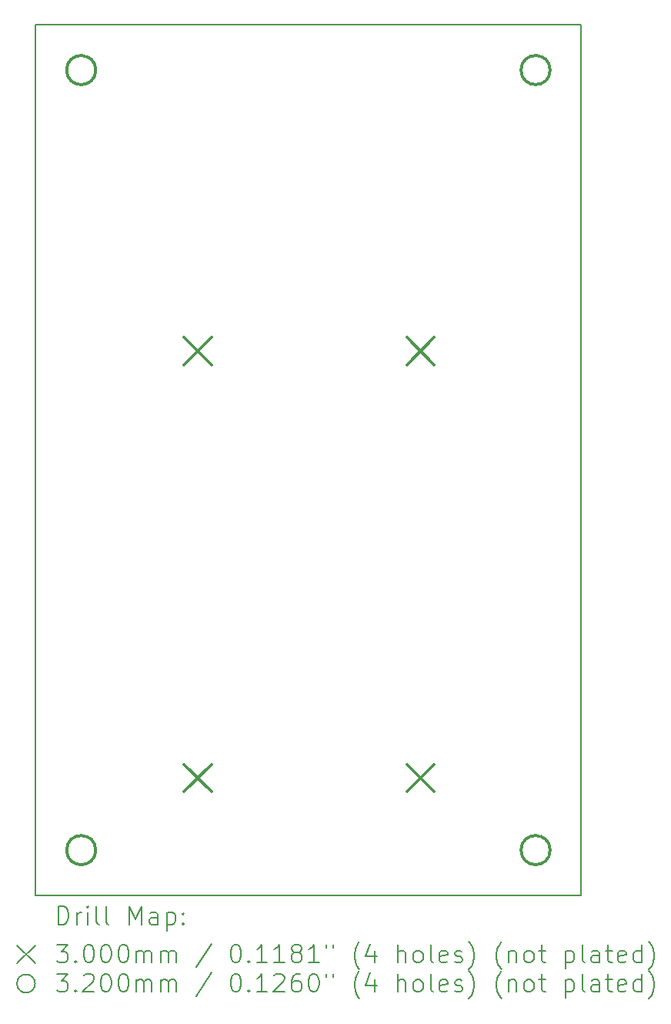
<source format=gbr>
%FSLAX45Y45*%
G04 Gerber Fmt 4.5, Leading zero omitted, Abs format (unit mm)*
G04 Created by KiCad (PCBNEW (6.0.4-0)) date 2022-08-24 21:14:19*
%MOMM*%
%LPD*%
G01*
G04 APERTURE LIST*
%TA.AperFunction,Profile*%
%ADD10C,0.150000*%
%TD*%
%ADD11C,0.200000*%
%ADD12C,0.300000*%
%ADD13C,0.320000*%
G04 APERTURE END LIST*
D10*
X12000000Y-5000000D02*
X18000000Y-5000000D01*
X12000000Y-14578000D02*
X12000000Y-5000000D01*
X18000000Y-14578000D02*
X12000000Y-14578000D01*
X18000000Y-5000000D02*
X18000000Y-14578000D01*
D11*
D12*
X13632000Y-8439750D02*
X13932000Y-8739750D01*
X13932000Y-8439750D02*
X13632000Y-8739750D01*
X13632000Y-13134750D02*
X13932000Y-13434750D01*
X13932000Y-13134750D02*
X13632000Y-13434750D01*
X16083000Y-8439750D02*
X16383000Y-8739750D01*
X16383000Y-8439750D02*
X16083000Y-8739750D01*
X16083000Y-13134750D02*
X16383000Y-13434750D01*
X16383000Y-13134750D02*
X16083000Y-13434750D01*
D13*
X12660000Y-5500000D02*
G75*
G03*
X12660000Y-5500000I-160000J0D01*
G01*
X12660000Y-14078000D02*
G75*
G03*
X12660000Y-14078000I-160000J0D01*
G01*
X17660000Y-5500000D02*
G75*
G03*
X17660000Y-5500000I-160000J0D01*
G01*
X17660000Y-14078000D02*
G75*
G03*
X17660000Y-14078000I-160000J0D01*
G01*
D11*
X12250119Y-14895976D02*
X12250119Y-14695976D01*
X12297738Y-14695976D01*
X12326309Y-14705500D01*
X12345357Y-14724548D01*
X12354881Y-14743595D01*
X12364405Y-14781690D01*
X12364405Y-14810262D01*
X12354881Y-14848357D01*
X12345357Y-14867405D01*
X12326309Y-14886452D01*
X12297738Y-14895976D01*
X12250119Y-14895976D01*
X12450119Y-14895976D02*
X12450119Y-14762643D01*
X12450119Y-14800738D02*
X12459643Y-14781690D01*
X12469167Y-14772167D01*
X12488214Y-14762643D01*
X12507262Y-14762643D01*
X12573928Y-14895976D02*
X12573928Y-14762643D01*
X12573928Y-14695976D02*
X12564405Y-14705500D01*
X12573928Y-14715024D01*
X12583452Y-14705500D01*
X12573928Y-14695976D01*
X12573928Y-14715024D01*
X12697738Y-14895976D02*
X12678690Y-14886452D01*
X12669167Y-14867405D01*
X12669167Y-14695976D01*
X12802500Y-14895976D02*
X12783452Y-14886452D01*
X12773928Y-14867405D01*
X12773928Y-14695976D01*
X13031071Y-14895976D02*
X13031071Y-14695976D01*
X13097738Y-14838833D01*
X13164405Y-14695976D01*
X13164405Y-14895976D01*
X13345357Y-14895976D02*
X13345357Y-14791214D01*
X13335833Y-14772167D01*
X13316786Y-14762643D01*
X13278690Y-14762643D01*
X13259643Y-14772167D01*
X13345357Y-14886452D02*
X13326309Y-14895976D01*
X13278690Y-14895976D01*
X13259643Y-14886452D01*
X13250119Y-14867405D01*
X13250119Y-14848357D01*
X13259643Y-14829309D01*
X13278690Y-14819786D01*
X13326309Y-14819786D01*
X13345357Y-14810262D01*
X13440595Y-14762643D02*
X13440595Y-14962643D01*
X13440595Y-14772167D02*
X13459643Y-14762643D01*
X13497738Y-14762643D01*
X13516786Y-14772167D01*
X13526309Y-14781690D01*
X13535833Y-14800738D01*
X13535833Y-14857881D01*
X13526309Y-14876928D01*
X13516786Y-14886452D01*
X13497738Y-14895976D01*
X13459643Y-14895976D01*
X13440595Y-14886452D01*
X13621548Y-14876928D02*
X13631071Y-14886452D01*
X13621548Y-14895976D01*
X13612024Y-14886452D01*
X13621548Y-14876928D01*
X13621548Y-14895976D01*
X13621548Y-14772167D02*
X13631071Y-14781690D01*
X13621548Y-14791214D01*
X13612024Y-14781690D01*
X13621548Y-14772167D01*
X13621548Y-14791214D01*
X11792500Y-15125500D02*
X11992500Y-15325500D01*
X11992500Y-15125500D02*
X11792500Y-15325500D01*
X12231071Y-15115976D02*
X12354881Y-15115976D01*
X12288214Y-15192167D01*
X12316786Y-15192167D01*
X12335833Y-15201690D01*
X12345357Y-15211214D01*
X12354881Y-15230262D01*
X12354881Y-15277881D01*
X12345357Y-15296928D01*
X12335833Y-15306452D01*
X12316786Y-15315976D01*
X12259643Y-15315976D01*
X12240595Y-15306452D01*
X12231071Y-15296928D01*
X12440595Y-15296928D02*
X12450119Y-15306452D01*
X12440595Y-15315976D01*
X12431071Y-15306452D01*
X12440595Y-15296928D01*
X12440595Y-15315976D01*
X12573928Y-15115976D02*
X12592976Y-15115976D01*
X12612024Y-15125500D01*
X12621548Y-15135024D01*
X12631071Y-15154071D01*
X12640595Y-15192167D01*
X12640595Y-15239786D01*
X12631071Y-15277881D01*
X12621548Y-15296928D01*
X12612024Y-15306452D01*
X12592976Y-15315976D01*
X12573928Y-15315976D01*
X12554881Y-15306452D01*
X12545357Y-15296928D01*
X12535833Y-15277881D01*
X12526309Y-15239786D01*
X12526309Y-15192167D01*
X12535833Y-15154071D01*
X12545357Y-15135024D01*
X12554881Y-15125500D01*
X12573928Y-15115976D01*
X12764405Y-15115976D02*
X12783452Y-15115976D01*
X12802500Y-15125500D01*
X12812024Y-15135024D01*
X12821548Y-15154071D01*
X12831071Y-15192167D01*
X12831071Y-15239786D01*
X12821548Y-15277881D01*
X12812024Y-15296928D01*
X12802500Y-15306452D01*
X12783452Y-15315976D01*
X12764405Y-15315976D01*
X12745357Y-15306452D01*
X12735833Y-15296928D01*
X12726309Y-15277881D01*
X12716786Y-15239786D01*
X12716786Y-15192167D01*
X12726309Y-15154071D01*
X12735833Y-15135024D01*
X12745357Y-15125500D01*
X12764405Y-15115976D01*
X12954881Y-15115976D02*
X12973928Y-15115976D01*
X12992976Y-15125500D01*
X13002500Y-15135024D01*
X13012024Y-15154071D01*
X13021548Y-15192167D01*
X13021548Y-15239786D01*
X13012024Y-15277881D01*
X13002500Y-15296928D01*
X12992976Y-15306452D01*
X12973928Y-15315976D01*
X12954881Y-15315976D01*
X12935833Y-15306452D01*
X12926309Y-15296928D01*
X12916786Y-15277881D01*
X12907262Y-15239786D01*
X12907262Y-15192167D01*
X12916786Y-15154071D01*
X12926309Y-15135024D01*
X12935833Y-15125500D01*
X12954881Y-15115976D01*
X13107262Y-15315976D02*
X13107262Y-15182643D01*
X13107262Y-15201690D02*
X13116786Y-15192167D01*
X13135833Y-15182643D01*
X13164405Y-15182643D01*
X13183452Y-15192167D01*
X13192976Y-15211214D01*
X13192976Y-15315976D01*
X13192976Y-15211214D02*
X13202500Y-15192167D01*
X13221548Y-15182643D01*
X13250119Y-15182643D01*
X13269167Y-15192167D01*
X13278690Y-15211214D01*
X13278690Y-15315976D01*
X13373928Y-15315976D02*
X13373928Y-15182643D01*
X13373928Y-15201690D02*
X13383452Y-15192167D01*
X13402500Y-15182643D01*
X13431071Y-15182643D01*
X13450119Y-15192167D01*
X13459643Y-15211214D01*
X13459643Y-15315976D01*
X13459643Y-15211214D02*
X13469167Y-15192167D01*
X13488214Y-15182643D01*
X13516786Y-15182643D01*
X13535833Y-15192167D01*
X13545357Y-15211214D01*
X13545357Y-15315976D01*
X13935833Y-15106452D02*
X13764405Y-15363595D01*
X14192976Y-15115976D02*
X14212024Y-15115976D01*
X14231071Y-15125500D01*
X14240595Y-15135024D01*
X14250119Y-15154071D01*
X14259643Y-15192167D01*
X14259643Y-15239786D01*
X14250119Y-15277881D01*
X14240595Y-15296928D01*
X14231071Y-15306452D01*
X14212024Y-15315976D01*
X14192976Y-15315976D01*
X14173928Y-15306452D01*
X14164405Y-15296928D01*
X14154881Y-15277881D01*
X14145357Y-15239786D01*
X14145357Y-15192167D01*
X14154881Y-15154071D01*
X14164405Y-15135024D01*
X14173928Y-15125500D01*
X14192976Y-15115976D01*
X14345357Y-15296928D02*
X14354881Y-15306452D01*
X14345357Y-15315976D01*
X14335833Y-15306452D01*
X14345357Y-15296928D01*
X14345357Y-15315976D01*
X14545357Y-15315976D02*
X14431071Y-15315976D01*
X14488214Y-15315976D02*
X14488214Y-15115976D01*
X14469167Y-15144548D01*
X14450119Y-15163595D01*
X14431071Y-15173119D01*
X14735833Y-15315976D02*
X14621548Y-15315976D01*
X14678690Y-15315976D02*
X14678690Y-15115976D01*
X14659643Y-15144548D01*
X14640595Y-15163595D01*
X14621548Y-15173119D01*
X14850119Y-15201690D02*
X14831071Y-15192167D01*
X14821548Y-15182643D01*
X14812024Y-15163595D01*
X14812024Y-15154071D01*
X14821548Y-15135024D01*
X14831071Y-15125500D01*
X14850119Y-15115976D01*
X14888214Y-15115976D01*
X14907262Y-15125500D01*
X14916786Y-15135024D01*
X14926309Y-15154071D01*
X14926309Y-15163595D01*
X14916786Y-15182643D01*
X14907262Y-15192167D01*
X14888214Y-15201690D01*
X14850119Y-15201690D01*
X14831071Y-15211214D01*
X14821548Y-15220738D01*
X14812024Y-15239786D01*
X14812024Y-15277881D01*
X14821548Y-15296928D01*
X14831071Y-15306452D01*
X14850119Y-15315976D01*
X14888214Y-15315976D01*
X14907262Y-15306452D01*
X14916786Y-15296928D01*
X14926309Y-15277881D01*
X14926309Y-15239786D01*
X14916786Y-15220738D01*
X14907262Y-15211214D01*
X14888214Y-15201690D01*
X15116786Y-15315976D02*
X15002500Y-15315976D01*
X15059643Y-15315976D02*
X15059643Y-15115976D01*
X15040595Y-15144548D01*
X15021548Y-15163595D01*
X15002500Y-15173119D01*
X15192976Y-15115976D02*
X15192976Y-15154071D01*
X15269167Y-15115976D02*
X15269167Y-15154071D01*
X15564405Y-15392167D02*
X15554881Y-15382643D01*
X15535833Y-15354071D01*
X15526309Y-15335024D01*
X15516786Y-15306452D01*
X15507262Y-15258833D01*
X15507262Y-15220738D01*
X15516786Y-15173119D01*
X15526309Y-15144548D01*
X15535833Y-15125500D01*
X15554881Y-15096928D01*
X15564405Y-15087405D01*
X15726309Y-15182643D02*
X15726309Y-15315976D01*
X15678690Y-15106452D02*
X15631071Y-15249309D01*
X15754881Y-15249309D01*
X15983452Y-15315976D02*
X15983452Y-15115976D01*
X16069167Y-15315976D02*
X16069167Y-15211214D01*
X16059643Y-15192167D01*
X16040595Y-15182643D01*
X16012024Y-15182643D01*
X15992976Y-15192167D01*
X15983452Y-15201690D01*
X16192976Y-15315976D02*
X16173928Y-15306452D01*
X16164405Y-15296928D01*
X16154881Y-15277881D01*
X16154881Y-15220738D01*
X16164405Y-15201690D01*
X16173928Y-15192167D01*
X16192976Y-15182643D01*
X16221548Y-15182643D01*
X16240595Y-15192167D01*
X16250119Y-15201690D01*
X16259643Y-15220738D01*
X16259643Y-15277881D01*
X16250119Y-15296928D01*
X16240595Y-15306452D01*
X16221548Y-15315976D01*
X16192976Y-15315976D01*
X16373928Y-15315976D02*
X16354881Y-15306452D01*
X16345357Y-15287405D01*
X16345357Y-15115976D01*
X16526309Y-15306452D02*
X16507262Y-15315976D01*
X16469167Y-15315976D01*
X16450119Y-15306452D01*
X16440595Y-15287405D01*
X16440595Y-15211214D01*
X16450119Y-15192167D01*
X16469167Y-15182643D01*
X16507262Y-15182643D01*
X16526309Y-15192167D01*
X16535833Y-15211214D01*
X16535833Y-15230262D01*
X16440595Y-15249309D01*
X16612024Y-15306452D02*
X16631071Y-15315976D01*
X16669167Y-15315976D01*
X16688214Y-15306452D01*
X16697738Y-15287405D01*
X16697738Y-15277881D01*
X16688214Y-15258833D01*
X16669167Y-15249309D01*
X16640595Y-15249309D01*
X16621548Y-15239786D01*
X16612024Y-15220738D01*
X16612024Y-15211214D01*
X16621548Y-15192167D01*
X16640595Y-15182643D01*
X16669167Y-15182643D01*
X16688214Y-15192167D01*
X16764405Y-15392167D02*
X16773928Y-15382643D01*
X16792976Y-15354071D01*
X16802500Y-15335024D01*
X16812024Y-15306452D01*
X16821548Y-15258833D01*
X16821548Y-15220738D01*
X16812024Y-15173119D01*
X16802500Y-15144548D01*
X16792976Y-15125500D01*
X16773928Y-15096928D01*
X16764405Y-15087405D01*
X17126310Y-15392167D02*
X17116786Y-15382643D01*
X17097738Y-15354071D01*
X17088214Y-15335024D01*
X17078690Y-15306452D01*
X17069167Y-15258833D01*
X17069167Y-15220738D01*
X17078690Y-15173119D01*
X17088214Y-15144548D01*
X17097738Y-15125500D01*
X17116786Y-15096928D01*
X17126310Y-15087405D01*
X17202500Y-15182643D02*
X17202500Y-15315976D01*
X17202500Y-15201690D02*
X17212024Y-15192167D01*
X17231071Y-15182643D01*
X17259643Y-15182643D01*
X17278690Y-15192167D01*
X17288214Y-15211214D01*
X17288214Y-15315976D01*
X17412024Y-15315976D02*
X17392976Y-15306452D01*
X17383452Y-15296928D01*
X17373929Y-15277881D01*
X17373929Y-15220738D01*
X17383452Y-15201690D01*
X17392976Y-15192167D01*
X17412024Y-15182643D01*
X17440595Y-15182643D01*
X17459643Y-15192167D01*
X17469167Y-15201690D01*
X17478690Y-15220738D01*
X17478690Y-15277881D01*
X17469167Y-15296928D01*
X17459643Y-15306452D01*
X17440595Y-15315976D01*
X17412024Y-15315976D01*
X17535833Y-15182643D02*
X17612024Y-15182643D01*
X17564405Y-15115976D02*
X17564405Y-15287405D01*
X17573929Y-15306452D01*
X17592976Y-15315976D01*
X17612024Y-15315976D01*
X17831071Y-15182643D02*
X17831071Y-15382643D01*
X17831071Y-15192167D02*
X17850119Y-15182643D01*
X17888214Y-15182643D01*
X17907262Y-15192167D01*
X17916786Y-15201690D01*
X17926310Y-15220738D01*
X17926310Y-15277881D01*
X17916786Y-15296928D01*
X17907262Y-15306452D01*
X17888214Y-15315976D01*
X17850119Y-15315976D01*
X17831071Y-15306452D01*
X18040595Y-15315976D02*
X18021548Y-15306452D01*
X18012024Y-15287405D01*
X18012024Y-15115976D01*
X18202500Y-15315976D02*
X18202500Y-15211214D01*
X18192976Y-15192167D01*
X18173929Y-15182643D01*
X18135833Y-15182643D01*
X18116786Y-15192167D01*
X18202500Y-15306452D02*
X18183452Y-15315976D01*
X18135833Y-15315976D01*
X18116786Y-15306452D01*
X18107262Y-15287405D01*
X18107262Y-15268357D01*
X18116786Y-15249309D01*
X18135833Y-15239786D01*
X18183452Y-15239786D01*
X18202500Y-15230262D01*
X18269167Y-15182643D02*
X18345357Y-15182643D01*
X18297738Y-15115976D02*
X18297738Y-15287405D01*
X18307262Y-15306452D01*
X18326310Y-15315976D01*
X18345357Y-15315976D01*
X18488214Y-15306452D02*
X18469167Y-15315976D01*
X18431071Y-15315976D01*
X18412024Y-15306452D01*
X18402500Y-15287405D01*
X18402500Y-15211214D01*
X18412024Y-15192167D01*
X18431071Y-15182643D01*
X18469167Y-15182643D01*
X18488214Y-15192167D01*
X18497738Y-15211214D01*
X18497738Y-15230262D01*
X18402500Y-15249309D01*
X18669167Y-15315976D02*
X18669167Y-15115976D01*
X18669167Y-15306452D02*
X18650119Y-15315976D01*
X18612024Y-15315976D01*
X18592976Y-15306452D01*
X18583452Y-15296928D01*
X18573929Y-15277881D01*
X18573929Y-15220738D01*
X18583452Y-15201690D01*
X18592976Y-15192167D01*
X18612024Y-15182643D01*
X18650119Y-15182643D01*
X18669167Y-15192167D01*
X18745357Y-15392167D02*
X18754881Y-15382643D01*
X18773929Y-15354071D01*
X18783452Y-15335024D01*
X18792976Y-15306452D01*
X18802500Y-15258833D01*
X18802500Y-15220738D01*
X18792976Y-15173119D01*
X18783452Y-15144548D01*
X18773929Y-15125500D01*
X18754881Y-15096928D01*
X18745357Y-15087405D01*
X11992500Y-15545500D02*
G75*
G03*
X11992500Y-15545500I-100000J0D01*
G01*
X12231071Y-15435976D02*
X12354881Y-15435976D01*
X12288214Y-15512167D01*
X12316786Y-15512167D01*
X12335833Y-15521690D01*
X12345357Y-15531214D01*
X12354881Y-15550262D01*
X12354881Y-15597881D01*
X12345357Y-15616928D01*
X12335833Y-15626452D01*
X12316786Y-15635976D01*
X12259643Y-15635976D01*
X12240595Y-15626452D01*
X12231071Y-15616928D01*
X12440595Y-15616928D02*
X12450119Y-15626452D01*
X12440595Y-15635976D01*
X12431071Y-15626452D01*
X12440595Y-15616928D01*
X12440595Y-15635976D01*
X12526309Y-15455024D02*
X12535833Y-15445500D01*
X12554881Y-15435976D01*
X12602500Y-15435976D01*
X12621548Y-15445500D01*
X12631071Y-15455024D01*
X12640595Y-15474071D01*
X12640595Y-15493119D01*
X12631071Y-15521690D01*
X12516786Y-15635976D01*
X12640595Y-15635976D01*
X12764405Y-15435976D02*
X12783452Y-15435976D01*
X12802500Y-15445500D01*
X12812024Y-15455024D01*
X12821548Y-15474071D01*
X12831071Y-15512167D01*
X12831071Y-15559786D01*
X12821548Y-15597881D01*
X12812024Y-15616928D01*
X12802500Y-15626452D01*
X12783452Y-15635976D01*
X12764405Y-15635976D01*
X12745357Y-15626452D01*
X12735833Y-15616928D01*
X12726309Y-15597881D01*
X12716786Y-15559786D01*
X12716786Y-15512167D01*
X12726309Y-15474071D01*
X12735833Y-15455024D01*
X12745357Y-15445500D01*
X12764405Y-15435976D01*
X12954881Y-15435976D02*
X12973928Y-15435976D01*
X12992976Y-15445500D01*
X13002500Y-15455024D01*
X13012024Y-15474071D01*
X13021548Y-15512167D01*
X13021548Y-15559786D01*
X13012024Y-15597881D01*
X13002500Y-15616928D01*
X12992976Y-15626452D01*
X12973928Y-15635976D01*
X12954881Y-15635976D01*
X12935833Y-15626452D01*
X12926309Y-15616928D01*
X12916786Y-15597881D01*
X12907262Y-15559786D01*
X12907262Y-15512167D01*
X12916786Y-15474071D01*
X12926309Y-15455024D01*
X12935833Y-15445500D01*
X12954881Y-15435976D01*
X13107262Y-15635976D02*
X13107262Y-15502643D01*
X13107262Y-15521690D02*
X13116786Y-15512167D01*
X13135833Y-15502643D01*
X13164405Y-15502643D01*
X13183452Y-15512167D01*
X13192976Y-15531214D01*
X13192976Y-15635976D01*
X13192976Y-15531214D02*
X13202500Y-15512167D01*
X13221548Y-15502643D01*
X13250119Y-15502643D01*
X13269167Y-15512167D01*
X13278690Y-15531214D01*
X13278690Y-15635976D01*
X13373928Y-15635976D02*
X13373928Y-15502643D01*
X13373928Y-15521690D02*
X13383452Y-15512167D01*
X13402500Y-15502643D01*
X13431071Y-15502643D01*
X13450119Y-15512167D01*
X13459643Y-15531214D01*
X13459643Y-15635976D01*
X13459643Y-15531214D02*
X13469167Y-15512167D01*
X13488214Y-15502643D01*
X13516786Y-15502643D01*
X13535833Y-15512167D01*
X13545357Y-15531214D01*
X13545357Y-15635976D01*
X13935833Y-15426452D02*
X13764405Y-15683595D01*
X14192976Y-15435976D02*
X14212024Y-15435976D01*
X14231071Y-15445500D01*
X14240595Y-15455024D01*
X14250119Y-15474071D01*
X14259643Y-15512167D01*
X14259643Y-15559786D01*
X14250119Y-15597881D01*
X14240595Y-15616928D01*
X14231071Y-15626452D01*
X14212024Y-15635976D01*
X14192976Y-15635976D01*
X14173928Y-15626452D01*
X14164405Y-15616928D01*
X14154881Y-15597881D01*
X14145357Y-15559786D01*
X14145357Y-15512167D01*
X14154881Y-15474071D01*
X14164405Y-15455024D01*
X14173928Y-15445500D01*
X14192976Y-15435976D01*
X14345357Y-15616928D02*
X14354881Y-15626452D01*
X14345357Y-15635976D01*
X14335833Y-15626452D01*
X14345357Y-15616928D01*
X14345357Y-15635976D01*
X14545357Y-15635976D02*
X14431071Y-15635976D01*
X14488214Y-15635976D02*
X14488214Y-15435976D01*
X14469167Y-15464548D01*
X14450119Y-15483595D01*
X14431071Y-15493119D01*
X14621548Y-15455024D02*
X14631071Y-15445500D01*
X14650119Y-15435976D01*
X14697738Y-15435976D01*
X14716786Y-15445500D01*
X14726309Y-15455024D01*
X14735833Y-15474071D01*
X14735833Y-15493119D01*
X14726309Y-15521690D01*
X14612024Y-15635976D01*
X14735833Y-15635976D01*
X14907262Y-15435976D02*
X14869167Y-15435976D01*
X14850119Y-15445500D01*
X14840595Y-15455024D01*
X14821548Y-15483595D01*
X14812024Y-15521690D01*
X14812024Y-15597881D01*
X14821548Y-15616928D01*
X14831071Y-15626452D01*
X14850119Y-15635976D01*
X14888214Y-15635976D01*
X14907262Y-15626452D01*
X14916786Y-15616928D01*
X14926309Y-15597881D01*
X14926309Y-15550262D01*
X14916786Y-15531214D01*
X14907262Y-15521690D01*
X14888214Y-15512167D01*
X14850119Y-15512167D01*
X14831071Y-15521690D01*
X14821548Y-15531214D01*
X14812024Y-15550262D01*
X15050119Y-15435976D02*
X15069167Y-15435976D01*
X15088214Y-15445500D01*
X15097738Y-15455024D01*
X15107262Y-15474071D01*
X15116786Y-15512167D01*
X15116786Y-15559786D01*
X15107262Y-15597881D01*
X15097738Y-15616928D01*
X15088214Y-15626452D01*
X15069167Y-15635976D01*
X15050119Y-15635976D01*
X15031071Y-15626452D01*
X15021548Y-15616928D01*
X15012024Y-15597881D01*
X15002500Y-15559786D01*
X15002500Y-15512167D01*
X15012024Y-15474071D01*
X15021548Y-15455024D01*
X15031071Y-15445500D01*
X15050119Y-15435976D01*
X15192976Y-15435976D02*
X15192976Y-15474071D01*
X15269167Y-15435976D02*
X15269167Y-15474071D01*
X15564405Y-15712167D02*
X15554881Y-15702643D01*
X15535833Y-15674071D01*
X15526309Y-15655024D01*
X15516786Y-15626452D01*
X15507262Y-15578833D01*
X15507262Y-15540738D01*
X15516786Y-15493119D01*
X15526309Y-15464548D01*
X15535833Y-15445500D01*
X15554881Y-15416928D01*
X15564405Y-15407405D01*
X15726309Y-15502643D02*
X15726309Y-15635976D01*
X15678690Y-15426452D02*
X15631071Y-15569309D01*
X15754881Y-15569309D01*
X15983452Y-15635976D02*
X15983452Y-15435976D01*
X16069167Y-15635976D02*
X16069167Y-15531214D01*
X16059643Y-15512167D01*
X16040595Y-15502643D01*
X16012024Y-15502643D01*
X15992976Y-15512167D01*
X15983452Y-15521690D01*
X16192976Y-15635976D02*
X16173928Y-15626452D01*
X16164405Y-15616928D01*
X16154881Y-15597881D01*
X16154881Y-15540738D01*
X16164405Y-15521690D01*
X16173928Y-15512167D01*
X16192976Y-15502643D01*
X16221548Y-15502643D01*
X16240595Y-15512167D01*
X16250119Y-15521690D01*
X16259643Y-15540738D01*
X16259643Y-15597881D01*
X16250119Y-15616928D01*
X16240595Y-15626452D01*
X16221548Y-15635976D01*
X16192976Y-15635976D01*
X16373928Y-15635976D02*
X16354881Y-15626452D01*
X16345357Y-15607405D01*
X16345357Y-15435976D01*
X16526309Y-15626452D02*
X16507262Y-15635976D01*
X16469167Y-15635976D01*
X16450119Y-15626452D01*
X16440595Y-15607405D01*
X16440595Y-15531214D01*
X16450119Y-15512167D01*
X16469167Y-15502643D01*
X16507262Y-15502643D01*
X16526309Y-15512167D01*
X16535833Y-15531214D01*
X16535833Y-15550262D01*
X16440595Y-15569309D01*
X16612024Y-15626452D02*
X16631071Y-15635976D01*
X16669167Y-15635976D01*
X16688214Y-15626452D01*
X16697738Y-15607405D01*
X16697738Y-15597881D01*
X16688214Y-15578833D01*
X16669167Y-15569309D01*
X16640595Y-15569309D01*
X16621548Y-15559786D01*
X16612024Y-15540738D01*
X16612024Y-15531214D01*
X16621548Y-15512167D01*
X16640595Y-15502643D01*
X16669167Y-15502643D01*
X16688214Y-15512167D01*
X16764405Y-15712167D02*
X16773928Y-15702643D01*
X16792976Y-15674071D01*
X16802500Y-15655024D01*
X16812024Y-15626452D01*
X16821548Y-15578833D01*
X16821548Y-15540738D01*
X16812024Y-15493119D01*
X16802500Y-15464548D01*
X16792976Y-15445500D01*
X16773928Y-15416928D01*
X16764405Y-15407405D01*
X17126310Y-15712167D02*
X17116786Y-15702643D01*
X17097738Y-15674071D01*
X17088214Y-15655024D01*
X17078690Y-15626452D01*
X17069167Y-15578833D01*
X17069167Y-15540738D01*
X17078690Y-15493119D01*
X17088214Y-15464548D01*
X17097738Y-15445500D01*
X17116786Y-15416928D01*
X17126310Y-15407405D01*
X17202500Y-15502643D02*
X17202500Y-15635976D01*
X17202500Y-15521690D02*
X17212024Y-15512167D01*
X17231071Y-15502643D01*
X17259643Y-15502643D01*
X17278690Y-15512167D01*
X17288214Y-15531214D01*
X17288214Y-15635976D01*
X17412024Y-15635976D02*
X17392976Y-15626452D01*
X17383452Y-15616928D01*
X17373929Y-15597881D01*
X17373929Y-15540738D01*
X17383452Y-15521690D01*
X17392976Y-15512167D01*
X17412024Y-15502643D01*
X17440595Y-15502643D01*
X17459643Y-15512167D01*
X17469167Y-15521690D01*
X17478690Y-15540738D01*
X17478690Y-15597881D01*
X17469167Y-15616928D01*
X17459643Y-15626452D01*
X17440595Y-15635976D01*
X17412024Y-15635976D01*
X17535833Y-15502643D02*
X17612024Y-15502643D01*
X17564405Y-15435976D02*
X17564405Y-15607405D01*
X17573929Y-15626452D01*
X17592976Y-15635976D01*
X17612024Y-15635976D01*
X17831071Y-15502643D02*
X17831071Y-15702643D01*
X17831071Y-15512167D02*
X17850119Y-15502643D01*
X17888214Y-15502643D01*
X17907262Y-15512167D01*
X17916786Y-15521690D01*
X17926310Y-15540738D01*
X17926310Y-15597881D01*
X17916786Y-15616928D01*
X17907262Y-15626452D01*
X17888214Y-15635976D01*
X17850119Y-15635976D01*
X17831071Y-15626452D01*
X18040595Y-15635976D02*
X18021548Y-15626452D01*
X18012024Y-15607405D01*
X18012024Y-15435976D01*
X18202500Y-15635976D02*
X18202500Y-15531214D01*
X18192976Y-15512167D01*
X18173929Y-15502643D01*
X18135833Y-15502643D01*
X18116786Y-15512167D01*
X18202500Y-15626452D02*
X18183452Y-15635976D01*
X18135833Y-15635976D01*
X18116786Y-15626452D01*
X18107262Y-15607405D01*
X18107262Y-15588357D01*
X18116786Y-15569309D01*
X18135833Y-15559786D01*
X18183452Y-15559786D01*
X18202500Y-15550262D01*
X18269167Y-15502643D02*
X18345357Y-15502643D01*
X18297738Y-15435976D02*
X18297738Y-15607405D01*
X18307262Y-15626452D01*
X18326310Y-15635976D01*
X18345357Y-15635976D01*
X18488214Y-15626452D02*
X18469167Y-15635976D01*
X18431071Y-15635976D01*
X18412024Y-15626452D01*
X18402500Y-15607405D01*
X18402500Y-15531214D01*
X18412024Y-15512167D01*
X18431071Y-15502643D01*
X18469167Y-15502643D01*
X18488214Y-15512167D01*
X18497738Y-15531214D01*
X18497738Y-15550262D01*
X18402500Y-15569309D01*
X18669167Y-15635976D02*
X18669167Y-15435976D01*
X18669167Y-15626452D02*
X18650119Y-15635976D01*
X18612024Y-15635976D01*
X18592976Y-15626452D01*
X18583452Y-15616928D01*
X18573929Y-15597881D01*
X18573929Y-15540738D01*
X18583452Y-15521690D01*
X18592976Y-15512167D01*
X18612024Y-15502643D01*
X18650119Y-15502643D01*
X18669167Y-15512167D01*
X18745357Y-15712167D02*
X18754881Y-15702643D01*
X18773929Y-15674071D01*
X18783452Y-15655024D01*
X18792976Y-15626452D01*
X18802500Y-15578833D01*
X18802500Y-15540738D01*
X18792976Y-15493119D01*
X18783452Y-15464548D01*
X18773929Y-15445500D01*
X18754881Y-15416928D01*
X18745357Y-15407405D01*
M02*

</source>
